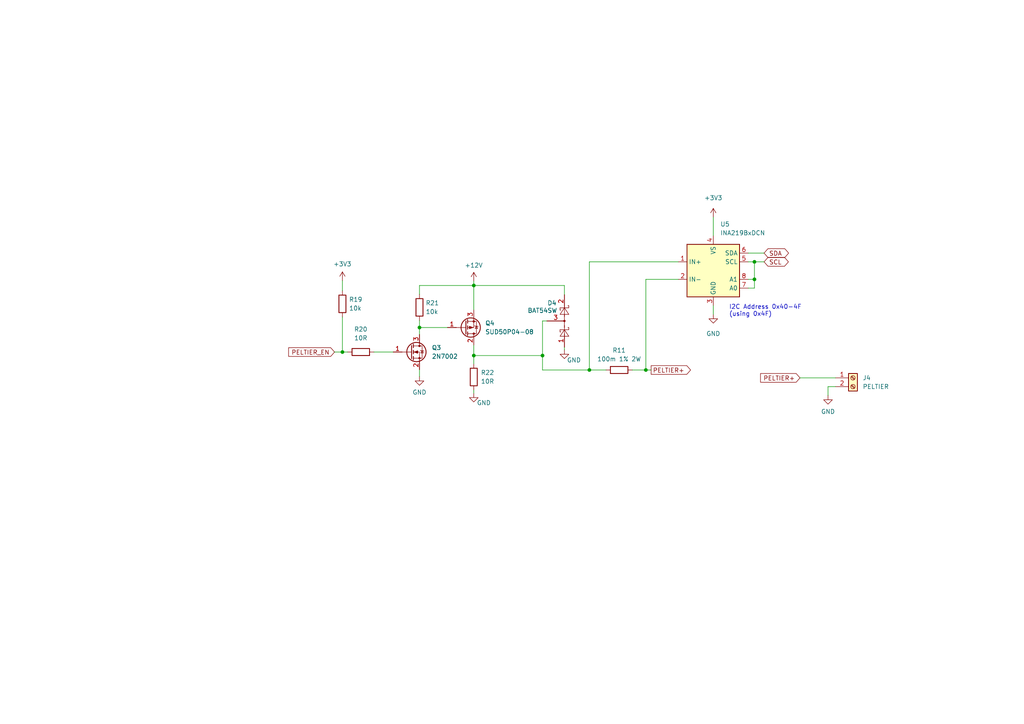
<source format=kicad_sch>
(kicad_sch (version 20211123) (generator eeschema)
  (paper "A4")
  (title_block (title "LINBus Peltier Controller") (date "2023-03-02") (rev "1.0") (company "Gavin Hurlbut"))
  (lib_symbols
    (symbol "+12V_1" (power) (pin_names (offset 0))
      (property "Value" "+12V_1" (at 0 3.556 0))
      (symbol "+12V_1_0_1"
        (polyline (pts (xy -0.762 1.27) (xy 0 2.54)))
        (polyline (pts (xy 0 0) (xy 0 2.54)))
        (polyline (pts (xy 0 2.54) (xy 0.762 1.27)))
      )
      (symbol "+12V_1_1_1"
        (pin power_in line (at 0 0 90) (length 0) hide (name "+12V") (number "1"))
      )
    )
    (symbol "+3V3_1" (power) (pin_names (offset 0))
      (property "Value" "+3V3_1" (at 0 3.556 0))
      (symbol "+3V3_1_0_1"
        (polyline (pts (xy -0.762 1.27) (xy 0 2.54)))
        (polyline (pts (xy 0 0) (xy 0 2.54)))
        (polyline (pts (xy 0 2.54) (xy 0.762 1.27)))
      )
      (symbol "+3V3_1_1_1"
        (pin power_in line (at 0 0 90) (length 0) hide (name "+3V3") (number "1"))
      )
    )
    (symbol "Beirdo:INA219BxDCN"
      (property "Reference" "U7" (at 2.0194 13.462 0))
      (property "Value" "INA219BxDCN" (at 2.0194 10.922 0))
      (symbol "INA219BxDCN_0_1"
        (rectangle (start -7.62 7.62) (end 7.62 -7.62) (stroke (width 0.254)) (fill (type background)))
      )
      (symbol "INA219BxDCN_1_1"
        (pin input line (at -10.16 2.54 0) (length 2.54) (name "IN+") (number "1"))
        (pin input line (at -10.16 -2.54 0) (length 2.54) (name "IN-") (number "2"))
        (pin power_in line (at 0 -10.16 90) (length 2.54) (name "GND") (number "3"))
        (pin power_in line (at 0 10.16 270) (length 2.54) (name "VS") (number "4"))
        (pin input line (at 10.16 2.54 180) (length 2.54) (name "SCL") (number "5"))
        (pin bidirectional line (at 10.16 5.08 180) (length 2.54) (name "SDA") (number "6"))
        (pin input line (at 10.16 -5.08 180) (length 2.54) (name "A0") (number "7"))
        (pin input line (at 10.16 -2.54 180) (length 2.54) (name "A1") (number "8"))
      )
    )
    (symbol "Connector:Screw_Terminal_01x02" (pin_names (offset 1.016) hide)
      (property "Reference" "J" (at 0 2.54 0))
      (property "Value" "Screw_Terminal_01x02" (at 0 -5.08 0))
      (symbol "Screw_Terminal_01x02_1_1"
        (rectangle (start -1.27 1.27) (end 1.27 -3.81) (stroke (width 0.254)) (fill (type background)))
        (circle (center 0 -2.54) (radius 0.635) (stroke (width 0.1524)))
        (polyline (pts (xy -0.5334 -2.2098) (xy 0.3302 -3.048)) (stroke (width 0.1524)))
        (polyline (pts (xy -0.5334 0.3302) (xy 0.3302 -0.508)) (stroke (width 0.1524)))
        (polyline (pts (xy -0.3556 -2.032) (xy 0.508 -2.8702)) (stroke (width 0.1524)))
        (polyline (pts (xy -0.3556 0.508) (xy 0.508 -0.3302)) (stroke (width 0.1524)))
        (circle (center 0 0) (radius 0.635) (stroke (width 0.1524)))
        (pin passive line (at -5.08 0 0) (length 3.81) (name "Pin_1") (number "1"))
        (pin passive line (at -5.08 -2.54 0) (length 3.81) (name "Pin_2") (number "2"))
      )
    )
    (symbol "Device:R" (pin_numbers hide) (pin_names (offset 0))
      (property "Reference" "R" (at 2.032 0 90))
      (property "Value" "R" (at 0 0 90))
      (symbol "R_0_1"
        (rectangle (start -1.016 -2.54) (end 1.016 2.54) (stroke (width 0.254)))
      )
      (symbol "R_1_1"
        (pin passive line (at 0 3.81 270) (length 1.27) (name "~") (number "1"))
        (pin passive line (at 0 -3.81 90) (length 1.27) (name "~") (number "2"))
      )
    )
    (symbol "Diode:BAT54SW" (pin_names (offset 1.016))
      (property "Reference" "D" (at 0.635 -3.81 0))
      (property "Value" "BAT54SW" (at -6.35 3.175 0))
      (symbol "BAT54SW_0_1"
        (polyline (pts (xy -3.81 0) (xy -1.27 0)))
        (polyline (pts (xy -3.175 -1.27) (xy -3.175 -1.016)))
        (polyline (pts (xy -2.54 -1.27) (xy -3.175 -1.27)))
        (polyline (pts (xy -2.54 -1.27) (xy -2.54 1.27)))
        (polyline (pts (xy -2.54 1.27) (xy -1.905 1.27)))
        (polyline (pts (xy -1.905 0) (xy 1.905 0)))
        (polyline (pts (xy -1.905 1.27) (xy -1.905 1.016)))
        (polyline (pts (xy 1.27 0) (xy 3.81 0)))
        (polyline (pts (xy 3.175 -1.27) (xy 3.175 -1.016)))
        (polyline (pts (xy 3.81 -1.27) (xy 3.175 -1.27)))
        (polyline (pts (xy 3.81 -1.27) (xy 3.81 1.27)))
        (polyline (pts (xy 3.81 1.27) (xy 4.445 1.27)))
        (polyline (pts (xy 4.445 1.27) (xy 4.445 1.016)))
        (polyline (pts (xy -4.445 1.27) (xy -4.445 -1.27) (xy -2.54 0) (xy -4.445 1.27)))
        (polyline (pts (xy 1.905 1.27) (xy 1.905 -1.27) (xy 3.81 0) (xy 1.905 1.27)))
        (circle (center 0 0) (radius 0.254) (fill (type outline)))
      )
      (symbol "BAT54SW_1_1"
        (pin passive line (at -7.62 0 0) (length 3.81) (name "~") (number "1"))
        (pin passive line (at 7.62 0 180) (length 3.81) (name "~") (number "2"))
        (pin passive line (at 0 -5.08 90) (length 5.08) (name "~") (number "3"))
      )
    )
    (symbol "GND_1" (power) (pin_names (offset 0))
      (property "Value" "GND_1" (at 0 -3.81 0))
      (symbol "GND_1_0_1"
        (polyline (pts (xy 0 0) (xy 0 -1.27) (xy 1.27 -1.27) (xy 0 -2.54) (xy -1.27 -1.27) (xy 0 -1.27)))
      )
      (symbol "GND_1_1_1"
        (pin power_in line (at 0 0 270) (length 0) hide (name "GND") (number "1"))
      )
    )
    (symbol "GND_2" (power) (pin_names (offset 0))
      (property "Value" "GND_2" (at 0 -3.81 0))
      (symbol "GND_2_0_1"
        (polyline (pts (xy 0 0) (xy 0 -1.27) (xy 1.27 -1.27) (xy 0 -2.54) (xy -1.27 -1.27) (xy 0 -1.27)))
      )
      (symbol "GND_2_1_1"
        (pin power_in line (at 0 0 270) (length 0) hide (name "GND") (number "1"))
      )
    )
    (symbol "GND_8" (power) (pin_names (offset 0))
      (property "Value" "GND_8" (at 0 -3.81 0))
      (symbol "GND_8_0_1"
        (polyline (pts (xy 0 0) (xy 0 -1.27) (xy 1.27 -1.27) (xy 0 -2.54) (xy -1.27 -1.27) (xy 0 -1.27)))
      )
      (symbol "GND_8_1_1"
        (pin power_in line (at 0 0 270) (length 0) hide (name "GND") (number "1"))
      )
    )
    (symbol "Transistor_FET:2N7002" (pin_names hide)
      (property "Reference" "Q" (at 5.08 1.905 0))
      (property "Value" "2N7002" (at 5.08 0 0))
      (symbol "2N7002_0_1"
        (polyline (pts (xy 0.254 0) (xy -2.54 0)))
        (polyline (pts (xy 0.254 1.905) (xy 0.254 -1.905)) (stroke (width 0.254)))
        (polyline (pts (xy 0.762 -1.27) (xy 0.762 -2.286)) (stroke (width 0.254)))
        (polyline (pts (xy 0.762 0.508) (xy 0.762 -0.508)) (stroke (width 0.254)))
        (polyline (pts (xy 0.762 2.286) (xy 0.762 1.27)) (stroke (width 0.254)))
        (polyline (pts (xy 2.54 2.54) (xy 2.54 1.778)))
        (polyline (pts (xy 2.54 -2.54) (xy 2.54 0) (xy 0.762 0)))
        (polyline (pts (xy 0.762 -1.778) (xy 3.302 -1.778) (xy 3.302 1.778) (xy 0.762 1.778)))
        (polyline (pts (xy 1.016 0) (xy 2.032 0.381) (xy 2.032 -0.381) (xy 1.016 0)) (fill (type outline)))
        (polyline (pts (xy 2.794 0.508) (xy 2.921 0.381) (xy 3.683 0.381) (xy 3.81 0.254)))
        (polyline (pts (xy 3.302 0.381) (xy 2.921 -0.254) (xy 3.683 -0.254) (xy 3.302 0.381)))
        (circle (center 1.651 0) (radius 2.794) (stroke (width 0.254)))
        (circle (center 2.54 -1.778) (radius 0.254) (fill (type outline)))
        (circle (center 2.54 1.778) (radius 0.254) (fill (type outline)))
      )
      (symbol "2N7002_1_1"
        (pin input line (at -5.08 0 0) (length 2.54) (name "G") (number "1"))
        (pin passive line (at 2.54 -5.08 90) (length 2.54) (name "S") (number "2"))
        (pin passive line (at 2.54 5.08 270) (length 2.54) (name "D") (number "3"))
      )
    )
    (symbol "Transistor_FET:SUD50P04-08" (pin_names hide)
      (property "Reference" "Q" (at 4.953 1.905 0))
      (property "Value" "SUD50P04-08" (at 4.953 0 0))
      (symbol "SUD50P04-08_0_1"
        (polyline (pts (xy 0.254 0) (xy -2.54 0)))
        (polyline (pts (xy 0.254 1.905) (xy 0.254 -1.905)) (stroke (width 0.254)))
        (polyline (pts (xy 0.762 -1.27) (xy 0.762 -2.286)) (stroke (width 0.254)))
        (polyline (pts (xy 0.762 0.508) (xy 0.762 -0.508)) (stroke (width 0.254)))
        (polyline (pts (xy 0.762 2.286) (xy 0.762 1.27)) (stroke (width 0.254)))
        (polyline (pts (xy 2.54 2.54) (xy 2.54 1.778)))
        (polyline (pts (xy 2.54 -2.54) (xy 2.54 0) (xy 0.762 0)))
        (polyline (pts (xy 0.762 1.778) (xy 3.302 1.778) (xy 3.302 -1.778) (xy 0.762 -1.778)))
        (polyline (pts (xy 2.286 0) (xy 1.27 0.381) (xy 1.27 -0.381) (xy 2.286 0)) (fill (type outline)))
        (polyline (pts (xy 2.794 -0.508) (xy 2.921 -0.381) (xy 3.683 -0.381) (xy 3.81 -0.254)))
        (polyline (pts (xy 3.302 -0.381) (xy 2.921 0.254) (xy 3.683 0.254) (xy 3.302 -0.381)))
        (circle (center 1.651 0) (radius 2.794) (stroke (width 0.254)))
        (circle (center 2.54 -1.778) (radius 0.254) (fill (type outline)))
        (circle (center 2.54 1.778) (radius 0.254) (fill (type outline)))
      )
      (symbol "SUD50P04-08_1_1"
        (pin input line (at -5.08 0 0) (length 2.54) (name "G") (number "1"))
        (pin passive line (at 2.54 5.08 270) (length 2.54) (name "D") (number "2"))
        (pin passive line (at 2.54 -5.08 90) (length 2.54) (name "S") (number "3"))
      )
    )
    (symbol "power:+3V3" (power) (pin_names (offset 0))
      (property "Value" "+3V3" (at 0 3.556 0))
      (symbol "+3V3_0_1"
        (polyline (pts (xy -0.762 1.27) (xy 0 2.54)))
        (polyline (pts (xy 0 0) (xy 0 2.54)))
        (polyline (pts (xy 0 2.54) (xy 0.762 1.27)))
      )
      (symbol "+3V3_1_1"
        (pin power_in line (at 0 0 90) (length 0) hide (name "+3V3") (number "1"))
      )
    )
    (symbol "power:GND" (power) (pin_names (offset 0))
      (property "Value" "GND" (at 0 -3.81 0))
      (symbol "GND_0_1"
        (polyline (pts (xy 0 0) (xy 0 -1.27) (xy 1.27 -1.27) (xy 0 -2.54) (xy -1.27 -1.27) (xy 0 -1.27)))
      )
      (symbol "GND_1_1"
        (pin power_in line (at 0 0 270) (length 0) hide (name "GND") (number "1"))
      )
    )
  )
  (junction (at 137.414 103.124))
  (junction (at 99.314 102.108))
  (junction (at 170.942 107.315))
  (junction (at 157.353 103.124))
  (junction (at 218.821 75.946))
  (junction (at 187.325 107.315))
  (junction (at 218.821 81.026))
  (junction (at 137.414 82.804))
  (junction (at 121.666 94.996))
  (wire (pts (xy 137.414 81.534) (xy 137.414 82.804)))
  (wire (pts (xy 121.666 107.188) (xy 121.666 109.22)))
  (wire (pts (xy 206.883 88.646) (xy 206.883 91.186)))
  (wire (pts (xy 187.325 107.315) (xy 188.849 107.315)))
  (wire (pts (xy 187.325 81.026) (xy 187.325 107.315)))
  (wire (pts (xy 217.043 83.566) (xy 218.821 83.566)))
  (wire (pts (xy 240.157 114.681) (xy 240.157 112.141)))
  (wire (pts (xy 137.414 82.804) (xy 163.703 82.804)))
  (wire (pts (xy 218.821 81.026) (xy 218.821 75.946)))
  (wire (pts (xy 170.942 75.946) (xy 196.723 75.946)))
  (wire (pts (xy 137.414 103.124) (xy 157.353 103.124)))
  (wire (pts (xy 100.838 102.108) (xy 99.314 102.108)))
  (wire (pts (xy 121.666 85.344) (xy 121.666 82.804)))
  (wire (pts (xy 242.316 109.601) (xy 232.029 109.601)))
  (wire (pts (xy 99.314 84.328) (xy 99.314 81.407)))
  (wire (pts (xy 108.458 102.108) (xy 114.046 102.108)))
  (wire (pts (xy 137.414 113.157) (xy 137.414 114.046)))
  (wire (pts (xy 218.821 83.566) (xy 218.821 81.026)))
  (wire (pts (xy 163.703 82.804) (xy 163.703 85.471)))
  (wire (pts (xy 121.666 82.804) (xy 137.414 82.804)))
  (wire (pts (xy 121.666 94.996) (xy 129.794 94.996)))
  (wire (pts (xy 170.942 107.315) (xy 175.768 107.315)))
  (wire (pts (xy 157.353 103.124) (xy 157.353 107.315)))
  (wire (pts (xy 217.043 73.406) (xy 221.615 73.406)))
  (wire (pts (xy 137.414 105.537) (xy 137.414 103.124)))
  (wire (pts (xy 158.623 93.091) (xy 157.353 93.091)))
  (wire (pts (xy 121.666 92.964) (xy 121.666 94.996)))
  (wire (pts (xy 217.043 81.026) (xy 218.821 81.026)))
  (wire (pts (xy 157.353 93.091) (xy 157.353 103.124)))
  (wire (pts (xy 196.723 81.026) (xy 187.325 81.026)))
  (wire (pts (xy 99.314 91.948) (xy 99.314 102.108)))
  (wire (pts (xy 157.353 107.315) (xy 170.942 107.315)))
  (wire (pts (xy 137.414 82.804) (xy 137.414 89.916)))
  (wire (pts (xy 183.388 107.315) (xy 187.325 107.315)))
  (wire (pts (xy 170.942 75.946) (xy 170.942 107.315)))
  (wire (pts (xy 121.666 94.996) (xy 121.666 97.028)))
  (wire (pts (xy 240.157 112.141) (xy 242.316 112.141)))
  (wire (pts (xy 206.883 62.992) (xy 206.883 68.326)))
  (wire (pts (xy 217.043 75.946) (xy 218.821 75.946)))
  (wire (pts (xy 163.703 100.711) (xy 163.703 101.473)))
  (wire (pts (xy 218.821 75.946) (xy 221.615 75.946)))
  (wire (pts (xy 99.314 102.108) (xy 97.028 102.108)))
  (wire (pts (xy 137.414 103.124) (xy 137.414 100.076)))
  (text "I2C Address 0x40-4F\n(using 0x4F)" (at 211.455 91.948 0) (effects (font (size 1.27 1.27)) (justify left bottom)))
  (global_label "SDA" (shape bidirectional) (at 221.615 73.406 0) (property "Intersheet References" "${INTERSHEET_REFS}" (effects hide)))
  (global_label "PELTIER+" (shape output) (at 188.849 107.315 0) (property "Intersheet References" "${INTERSHEET_REFS}" (effects hide)))
  (global_label "PELTIER+" (shape input) (at 232.029 109.601 180) (property "Intersheet References" "${INTERSHEET_REFS}" (effects hide)))
  (global_label "PELTIER_EN" (shape input) (at 97.028 102.108 180) (property "Intersheet References" "${INTERSHEET_REFS}" (effects hide)))
  (global_label "SCL" (shape bidirectional) (at 221.615 75.946 0) (property "Intersheet References" "${INTERSHEET_REFS}" (effects hide)))
  (symbol (lib_name "GND_2") (lib_id "power:GND") (at 121.666 109.22 0) (unit 1)
    (property "Reference" "#PWR0104" (effects hide))
    (property "Value" "GND" (at 121.666 113.792 0))
  )
  (symbol (lib_name "+3V3_1") (lib_id "power:+3V3") (at 206.883 62.992 0) (unit 1)
    (property "Reference" "#PWR027" (effects hide))
    (property "Value" "+3V3" (at 206.883 57.404 0))
  )
  (symbol (lib_id "Connector:Screw_Terminal_01x02") (at 247.396 109.601 0) (unit 1)
    (property "Reference" "J4" (at 250.19 109.6009 0) (effects (justify left)))
    (property "Value" "PELTIER" (at 250.19 112.1409 0) (effects (justify left)))
    (property "Footprint" "TerminalBlock_TE-Connectivity:TerminalBlock_TE_282834-2_1x02_P2.54mm_Horizontal" (effects hide))
  )
  (symbol (lib_id "Beirdo:INA219BxDCN") (at 206.883 78.486 0) (unit 1)
    (property "Reference" "U5" (at 208.9024 65.024 0) (effects (justify left)))
    (property "Value" "INA219BxDCN" (at 208.9024 67.564 0) (effects (justify left)))
    (property "Footprint" "Package_TO_SOT_SMD:SOT-23-8" (effects hide))
    (property "Datasheet" "http://www.ti.com/lit/ds/symlink/ina219.pdf" (effects hide))
  )
  (symbol (lib_id "Device:R") (at 104.648 102.108 90) (unit 1)
    (property "Reference" "R20" (at 104.648 95.504 90))
    (property "Value" "10R" (at 104.648 98.044 90))
    (property "Footprint" "Resistor_SMD:R_0805_2012Metric_Pad1.20x1.40mm_HandSolder" (effects hide))
  )
  (symbol (lib_name "GND_1") (lib_id "power:GND") (at 137.414 114.046 0) (unit 1)
    (property "Reference" "#PWR0106" (effects hide))
    (property "Value" "GND" (at 140.335 116.84 0))
  )
  (symbol (lib_id "Transistor_FET:SUD50P04-08") (at 134.874 94.996 0) (mirror x) (unit 1)
    (property "Reference" "Q4" (at 140.716 93.7259 0) (effects (justify left)))
    (property "Value" "SUD50P04-08" (at 140.716 96.2659 0) (effects (justify left)))
    (property "Footprint" "Package_TO_SOT_SMD:TO-252-2" (effects hide))
    (property "Datasheet" "https://www.vishay.com/docs/65594/sud50p04-08.pdf" (effects hide))
  )
  (symbol (lib_id "power:+3V3") (at 99.314 81.407 0) (unit 1)
    (property "Reference" "#PWR0105" (effects hide))
    (property "Value" "+3V3" (at 99.314 76.581 0))
  )
  (symbol (lib_id "Device:R") (at 99.314 88.138 0) (unit 1)
    (property "Reference" "R19" (at 101.219 86.8679 0) (effects (justify left)))
    (property "Value" "10k" (at 101.219 89.4079 0) (effects (justify left)))
    (property "Footprint" "Resistor_SMD:R_0805_2012Metric_Pad1.20x1.40mm_HandSolder" (effects hide))
  )
  (symbol (lib_id "Diode:BAT54SW") (at 163.703 93.091 270) (mirror x) (unit 1)
    (property "Reference" "D4" (at 158.75 87.884 90) (effects (justify left)))
    (property "Value" "BAT54SW" (at 153.0096 90.0684 90) (effects (justify left)))
    (property "Footprint" "Package_TO_SOT_SMD:SOT-323_SC-70" (effects hide))
    (property "Datasheet" "https://assets.nexperia.com/documents/data-sheet/BAT54W_SER.pdf" (effects hide))
  )
  (symbol (lib_name "GND_8") (lib_id "power:GND") (at 206.883 91.186 0) (unit 1)
    (property "Reference" "#PWR028" (effects hide))
    (property "Value" "GND" (at 206.883 96.774 0))
  )
  (symbol (lib_id "Device:R") (at 137.414 109.347 0) (unit 1)
    (property "Reference" "R22" (at 139.446 108.0769 0) (effects (justify left)))
    (property "Value" "10R" (at 139.446 110.6169 0) (effects (justify left)))
    (property "Footprint" "Resistor_SMD:R_0805_2012Metric_Pad1.20x1.40mm_HandSolder" (effects hide))
  )
  (symbol (lib_id "power:GND") (at 163.703 101.473 0) (unit 1)
    (property "Reference" "#PWR0101" (effects hide))
    (property "Value" "GND" (at 166.4716 104.4448 0))
  )
  (symbol (lib_id "Device:R") (at 121.666 89.154 0) (unit 1)
    (property "Reference" "R21" (at 123.444 87.8839 0) (effects (justify left)))
    (property "Value" "10k" (at 123.444 90.4239 0) (effects (justify left)))
    (property "Footprint" "Resistor_SMD:R_0805_2012Metric_Pad1.20x1.40mm_HandSolder" (effects hide))
  )
  (symbol (lib_id "Transistor_FET:2N7002") (at 119.126 102.108 0) (unit 1)
    (property "Reference" "Q3" (at 125.222 100.8379 0) (effects (justify left)))
    (property "Value" "2N7002" (at 125.222 103.3779 0) (effects (justify left)))
    (property "Footprint" "Package_TO_SOT_SMD:SOT-23" (effects hide))
    (property "Datasheet" "https://www.onsemi.com/pub/Collateral/NDS7002A-D.PDF" (effects hide))
  )
  (symbol (lib_id "power:GND") (at 240.157 114.681 0) (unit 1)
    (property "Reference" "#PWR0102" (effects hide))
    (property "Value" "GND" (at 240.157 119.38 0))
  )
  (symbol (lib_name "+12V_1") (lib_id "power:+12V") (at 137.414 81.534 0) (unit 1)
    (property "Reference" "#PWR0103" (effects hide))
    (property "Value" "+12V" (at 137.414 76.962 0))
  )
  (symbol (lib_id "Device:R") (at 179.578 107.315 270) (mirror x) (unit 1)
    (property "Reference" "R11" (at 179.578 101.6 90))
    (property "Value" "100m 1% 2W" (at 179.578 104.14 90))
    (property "Footprint" "Resistor_SMD:R_2512_6332Metric_Pad1.40x3.35mm_HandSolder" (effects hide))
  )
)
</source>
